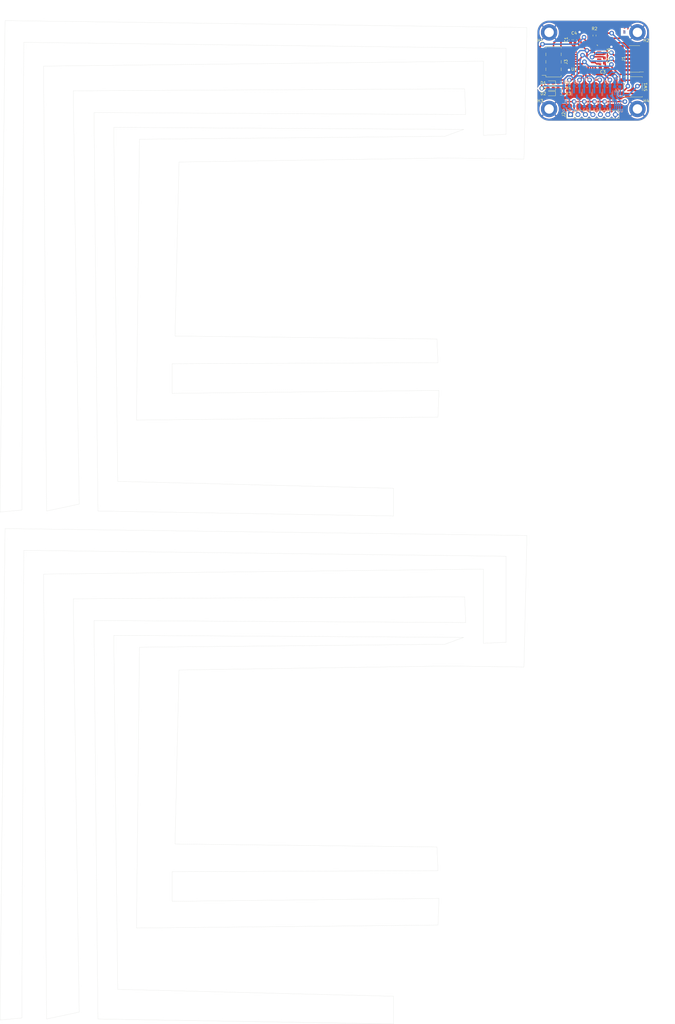
<source format=kicad_pcb>
(kicad_pcb (version 20221018) (generator pcbnew)
  (layers (0 "F.Cu" signal) (31 "B.Cu" signal) (34 "B.Paste" user) (35 "F.Paste" user) (36 "B.SilkS" user "B.Silkscreen") (37 "F.SilkS" user "F.Silkscreen") (38 "B.Mask" user) (39 "F.Mask" user) (44 "Edge.Cuts" user))
  (net 0 "")
  (net 1 "+5V-v2-")
  (net 2 "GND-v2-")
  (net 3 "+3.3V-v2-")
  (net 4 "Net-(D1-K)-v2-")
  (net 6 "Net-(D3-K)-v2-")
  (net 7 "Status_LED-v2-")
  (net 8 "Data_Clock_SNES-v2-")
  (net 9 "Data_Latch_SNES-v2-")
  (net 10 "Net-(D2-K)-v2-")
  (net 11 "Serial_Data1_SNES-v2-")
  (net 12 "Serial_Data2_SNES-v2-")
  (net 13 "SPI_Chip_Select-v2-")
  (net 14 "Chip_Enable-v2-")
  (net 15 "SPI_Digital_Input-v2-")
  (net 16 "SPI_Clock-v2-")
  (net 17 "SPI_Digital_Output-v2-")
  (net 18 "IOBit_SNES-v2-")
  (net 19 "Data_Clock_STM32-v2-")
  (net 20 "Data_Latch_STM32-v2-")
  (net 21 "Appairing_Btn-v2-")
  (net 22 "Net-(U2-BP)-v2-")
  (net 23 "SWDIO-v2-")
  (net 24 "SWDCK-v2-")
  (net 27 "NRST-v2-")
  (net 28 "USART2_RX-v2-")
  (net 29 "USART2_TX-v2-")
  (net 30 "Serial_Data1_STM32-v2-")
  (net 31 "IOBit_STM32-v2-")
  (net 32 "Serial_Data2_STM32-v2-")
  (footprint "Capacitor_SMD:C_0603_1608Metric_Pad1.08x0.95mm_HandSolder" (layer "F.Cu") (at 206.51 11.5 90)
    (fp_text reference "C5")
    (fp_text value "100n")
  )
  (footprint "MountingHole:MountingHole_3.2mm_M3_DIN965_Pad" (layer "F.Cu") (at 217.75 5.25)
    (fp_text reference "H2")
    (fp_text value "MountingHole_Pad")
  )
  (footprint "Resistor_SMD:R_0603_1608Metric_Pad0.98x0.95mm_HandSolder" (layer "F.Cu") (at 191.76875 22.45)
    (fp_text reference "R1")
    (fp_text value "1k")
  )
  (footprint "Resistor_SMD:R_0603_1608Metric_Pad0.98x0.95mm_HandSolder" (layer "F.Cu") (at 191.76875 26.05)
    (fp_text reference "R3")
    (fp_text value "1k")
  )
  (footprint "MountingHole:MountingHole_3.2mm_M3_DIN965_Pad" (layer "F.Cu") (at 187.75 31.25)
    (fp_text reference "H3")
    (fp_text value "MountingHole_Pad")
  )
  (footprint "Connector_PinHeader_2.54mm:PinHeader_1x07_P2.54mm_Vertical" (layer "F.Cu") (at 195 33.15 90)
    (fp_text reference "J2")
    (fp_text value "Conn_01x07_Socket")
  )
  (footprint "Diode_SMD:D_0603_1608Metric_Pad1.05x0.95mm_HandSolder" (layer "F.Cu") (at 188.26875 22.45 180)
    (fp_text reference "D1")
    (fp_text value "LED_Small")
  )
  (footprint "Package_QFP:LQFP-32_7x7mm_P0.8mm" (layer "F.Cu") (at 200.6 13.15 180)
    (fp_text reference "U1")
    (fp_text value "STM32L412KBTx")
  )
  (footprint "Capacitor_SMD:C_0603_1608Metric_Pad1.08x0.95mm_HandSolder" (layer "F.Cu") (at 206.0025 17.19)
    (fp_text reference "C3")
    (fp_text value "100n")
  )
  (footprint "Resistor_SMD:R_0603_1608Metric_Pad0.98x0.95mm_HandSolder" (layer "F.Cu") (at 191.76875 24.25)
    (fp_text reference "R4")
    (fp_text value "1k")
  )
  (footprint "Resistor_SMD:R_0603_1608Metric_Pad0.98x0.95mm_HandSolder" (layer "F.Cu") (at 203.17 6.32 90)
    (fp_text reference "R2")
    (fp_text value "10k")
  )
  (footprint "Diode_SMD:D_0603_1608Metric_Pad1.05x0.95mm_HandSolder" (layer "F.Cu") (at 188.26875 24.25 180)
    (fp_text reference "D3")
    (fp_text value "LED")
  )
  (footprint "Capacitor_SMD:C_0603_1608Metric_Pad1.08x0.95mm_HandSolder" (layer "F.Cu") (at 195.05 7.75 90)
    (fp_text reference "C1")
    (fp_text value "10u")
  )
  (footprint "Capacitor_SMD:C_0603_1608Metric_Pad1.08x0.95mm_HandSolder" (layer "F.Cu") (at 206.51 14.8025 90)
    (fp_text reference "C2")
    (fp_text value "100n")
  )
  (footprint "Connector_PinHeader_1.27mm:PinHeader_2x07_P1.27mm_Vertical_SMD" (layer "F.Cu") (at 216.75 14.25 180)
    (fp_text reference "J1")
    (fp_text value "Conn_02x07_Odd_Even")
  )
  (footprint "Diode_SMD:D_0603_1608Metric_Pad1.05x0.95mm_HandSolder" (layer "F.Cu") (at 188.26875 26.05 180)
    (fp_text reference "D2")
    (fp_text value "LED_Small")
  )
  (footprint "Capacitor_SMD:C_0603_1608Metric_Pad1.08x0.95mm_HandSolder" (layer "F.Cu") (at 196.55 7.75 90)
    (fp_text reference "C4")
    (fp_text value "100n")
  )
  (footprint "Connector_PinSocket_2.54mm:PinSocket_2x04_P2.54mm_Vertical_SMD" (layer "F.Cu") (at 189.25 15.25 180)
    (fp_text reference "J3")
    (fp_text value "Conn_01x08_Socket")
  )
  (footprint "MountingHole:MountingHole_3.2mm_M3_DIN965_Pad" (layer "F.Cu") (at 217.75 31.25)
    (fp_text reference "H4")
    (fp_text value "MountingHole_Pad")
  )
  (footprint "MountingHole:MountingHole_3.2mm_M3_DIN965_Pad" (layer "F.Cu") (at 187.75 5.25)
    (fp_text reference "H1")
    (fp_text value "MountingHole_Pad")
  )
  (footprint "Button_Switch_SMD:SW_SPST_B3S-1000" (layer "F.Cu") (at 216.25 23.75 180)
    (fp_text reference "SW1")
    (fp_text value "SW_SPST")
  )
  (footprint "Package_TO_SOT_SMD:SOT-23" (layer "B.Cu") (at 193.7 26.15 -90)
    (fp_text reference "Q1")
    (fp_text value "2N7002")
  )
  (footprint "Package_TO_SOT_SMD:SOT-23" (layer "B.Cu") (at 197.15 26.15 -90)
    (fp_text reference "Q2")
    (fp_text value "2N7002")
  )
  (footprint "Capacitor_SMD:C_0603_1608Metric_Pad1.08x0.95mm_HandSolder" (layer "B.Cu") (at 210.9 22.2 180)
    (fp_text reference "C7")
    (fp_text value "2.2u")
  )
  (footprint "Package_TO_SOT_SMD:SOT-23" (layer "B.Cu") (at 204.05 26.15 -90)
    (fp_text reference "Q4")
    (fp_text value "2N7002")
  )
  (footprint "Resistor_SMD:R_0603_1608Metric_Pad0.98x0.95mm_HandSolder" (layer "B.Cu") (at 204.05 30.35)
    (fp_text reference "R13")
    (fp_text value "10k")
  )
  (footprint "Capacitor_SMD:C_0603_1608Metric_Pad1.08x0.95mm_HandSolder" (layer "B.Cu") (at 210.9 23.7 180)
    (fp_text reference "C6")
    (fp_text value "470p")
  )
  (footprint "Resistor_SMD:R_0603_1608Metric_Pad0.98x0.95mm_HandSolder" (layer "B.Cu") (at 204.05 23.45)
    (fp_text reference "R8")
    (fp_text value "10k")
  )
  (footprint "Package_SO:MSOP-8_3x3mm_P0.65mm" (layer "B.Cu") (at 211.0125 27.9 -90)
    (fp_text reference "U2")
    (fp_text value "MIC5219-3.3YMM")
  )
  (footprint "Resistor_SMD:R_0603_1608Metric_Pad0.98x0.95mm_HandSolder" (layer "B.Cu") (at 197.15 30.35)
    (fp_text reference "R11")
    (fp_text value "10k")
  )
  (footprint "Package_TO_SOT_SMD:SOT-23" (layer "B.Cu") (at 200.6 26.15 -90)
    (fp_text reference "Q3")
    (fp_text value "2N7002")
  )
  (footprint "Resistor_SMD:R_0603_1608Metric_Pad0.98x0.95mm_HandSolder" (layer "B.Cu") (at 200.6 30.35)
    (fp_text reference "R12")
    (fp_text value "10k")
  )
  (footprint "Package_TO_SOT_SMD:SOT-23" (layer "B.Cu") (at 207.5 26.15 -90)
    (fp_text reference "Q5")
    (fp_text value "2N7002")
  )
  (footprint "Resistor_SMD:R_0603_1608Metric_Pad0.98x0.95mm_HandSolder" (layer "B.Cu") (at 193.7 30.35)
    (fp_text reference "R10")
    (fp_text value "10k")
  )
  (footprint "Resistor_SMD:R_0603_1608Metric_Pad0.98x0.95mm_HandSolder" (layer "B.Cu") (at 197.15 23.45)
    (fp_text reference "R6")
    (fp_text value "10k")
  )
  (footprint "Resistor_SMD:R_0603_1608Metric_Pad0.98x0.95mm_HandSolder" (layer "B.Cu") (at 207.5 23.45)
    (fp_text reference "R9")
    (fp_text value "10k")
  )
  (footprint "Resistor_SMD:R_0603_1608Metric_Pad0.98x0.95mm_HandSolder" (layer "B.Cu") (at 193.7 23.45)
    (fp_text reference "R5")
    (fp_text value "10k")
  )
  (footprint "Resistor_SMD:R_0603_1608Metric_Pad0.98x0.95mm_HandSolder" (layer "B.Cu") (at 200.6 23.45)
    (fp_text reference "R7")
    (fp_text value "10k")
  )
  (footprint "Resistor_SMD:R_0603_1608Metric_Pad0.98x0.95mm_HandSolder" (layer "B.Cu") (at 207.5 30.35)
    (fp_text reference "R14")
    (fp_text value "10k")
  )
  (gr_line (start 173.159937 10.64989) (end 173.159937 39.85989) (stroke (width 0.05)) (layer "Edge.Cuts"))
  (gr_line (start 180.219937 3.59989) (end 2.929937 1.24989) (stroke (width 0.05)) (layer "Edge.Cuts"))
  (gr_line (start 158.729937 210.68989) (end 152.349937 213.03989) (stroke (width 0.05)) (layer "Edge.Cuts"))
  (gr_line (start 217.75 35.25) (end 187.75 35.25) (stroke (width 0.1)) (layer "Edge.Cuts"))
  (gr_line (start 179.209937 48.25989) (end 180.219937 3.59989) (stroke (width 0.05)) (layer "Edge.Cuts"))
  (gr_line (start 149.999937 289.92989) (end 149.659937 281.86989) (stroke (width 0.05)) (layer "Edge.Cuts"))
  (gr_line (start 152.349937 40.53989) (end 48.599937 41.53989) (stroke (width 0.05)) (layer "Edge.Cuts"))
  (gr_line (start 62.029937 49.26989) (end 153.019937 47.91989) (stroke (width 0.05)) (layer "Edge.Cuts"))
  (gr_line (start 33.149937 32.47989) (end 34.489937 167.78989) (stroke (width 0.05)) (layer "Edge.Cuts"))
  (gr_line (start 149.659937 281.86989) (end 60.679937 280.85989) (stroke (width 0.05)) (layer "Edge.Cuts"))
  (gr_arc (start 183.75 5.25) (mid 184.921573 2.421573) (end 187.75 1.25) (stroke (width 0.1)) (layer "Edge.Cuts"))
  (gr_line (start 9.309937 8.63989) (end 173.159937 10.64989) (stroke (width 0.05)) (layer "Edge.Cuts"))
  (gr_line (start 16.029937 189.19989) (end 17.039937 340.28989) (stroke (width 0.05)) (layer "Edge.Cuts"))
  (gr_line (start 134.889937 160.06989) (end 41.209937 157.71989) (stroke (width 0.05)) (layer "Edge.Cuts"))
  (gr_line (start 153.019937 47.91989) (end 179.209937 48.25989) (stroke (width 0.05)) (layer "Edge.Cuts"))
  (gr_line (start 150.329937 299.32989) (end 59.679937 300.32989) (stroke (width 0.05)) (layer "Edge.Cuts"))
  (gr_line (start 149.999937 308.38989) (end 150.329937 299.32989) (stroke (width 0.05)) (layer "Edge.Cuts"))
  (gr_line (start 59.679937 300.32989) (end 59.679937 290.25989) (stroke (width 0.05)) (layer "Edge.Cuts"))
  (gr_arc (start 187.75 35.25) (mid 184.921573 34.078427) (end 183.75 31.25) (stroke (width 0.1)) (layer "Edge.Cuts"))
  (gr_line (start 26.099937 25.08989) (end 159.059937 24.41989) (stroke (width 0.05)) (layer "Edge.Cuts"))
  (gr_line (start 34.489937 167.78989) (end 134.889937 169.46989) (stroke (width 0.05)) (layer "Edge.Cuts"))
  (gr_line (start 149.999937 117.42989) (end 149.659937 109.36989) (stroke (width 0.05)) (layer "Edge.Cuts"))
  (gr_line (start 39.869937 210.00989) (end 158.729937 210.68989) (stroke (width 0.05)) (layer "Edge.Cuts"))
  (gr_line (start 158.729937 38.18989) (end 152.349937 40.53989) (stroke (width 0.05)) (layer "Edge.Cuts"))
  (gr_line (start 165.439937 15.01989) (end 16.029937 16.69989) (stroke (width 0.05)) (layer "Edge.Cuts"))
  (gr_arc (start 221.75 31.25) (mid 220.578427 34.078427) (end 217.75 35.25) (stroke (width 0.1)) (layer "Edge.Cuts"))
  (gr_line (start 17.039937 167.78989) (end 28.119937 165.43989) (stroke (width 0.05)) (layer "Edge.Cuts"))
  (gr_line (start 28.119937 337.93989) (end 26.099937 197.58989) (stroke (width 0.05)) (layer "Edge.Cuts"))
  (gr_line (start 159.399937 205.64989) (end 33.149937 204.97989) (stroke (width 0.05)) (layer "Edge.Cuts"))
  (gr_line (start 34.489937 340.28989) (end 134.889937 341.96989) (stroke (width 0.05)) (layer "Edge.Cuts"))
  (gr_line (start 153.019937 220.41989) (end 179.209937 220.75989) (stroke (width 0.05)) (layer "Edge.Cuts"))
  (gr_line (start 187.75 1.25) (end 217.75 1.25) (stroke (width 0.1)) (layer "Edge.Cuts"))
  (gr_line (start 173.159937 212.35989) (end 165.439937 212.69989) (stroke (width 0.05)) (layer "Edge.Cuts"))
  (gr_line (start 221.75 5.25) (end 221.75 31.25) (stroke (width 0.1)) (layer "Edge.Cuts"))
  (gr_line (start 59.679937 117.75989) (end 149.999937 117.42989) (stroke (width 0.05)) (layer "Edge.Cuts"))
  (gr_line (start 134.889937 169.46989) (end 134.889937 160.06989) (stroke (width 0.05)) (layer "Edge.Cuts"))
  (gr_line (start 48.599937 214.03989) (end 47.589937 309.39989) (stroke (width 0.05)) (layer "Edge.Cuts"))
  (gr_line (start 149.659937 109.36989) (end 60.679937 108.35989) (stroke (width 0.05)) (layer "Edge.Cuts"))
  (gr_line (start 28.119937 165.43989) (end 26.099937 25.08989) (stroke (width 0.05)) (layer "Edge.Cuts"))
  (gr_line (start 179.209937 220.75989) (end 180.219937 176.09989) (stroke (width 0.05)) (layer "Edge.Cuts"))
  (gr_line (start 8.639937 167.44989) (end 9.309937 8.63989) (stroke (width 0.05)) (layer "Edge.Cuts"))
  (gr_line (start 165.439937 212.69989) (end 165.439937 187.51989) (stroke (width 0.05)) (layer "Edge.Cuts"))
  (gr_line (start 159.059937 24.41989) (end 159.399937 33.14989) (stroke (width 0.05)) (layer "Edge.Cuts"))
  (gr_line (start 41.209937 157.71989) (end 39.869937 37.50989) (stroke (width 0.05)) (layer "Edge.Cuts"))
  (gr_line (start 62.029937 221.76989) (end 153.019937 220.41989) (stroke (width 0.05)) (layer "Edge.Cuts"))
  (gr_line (start 150.329937 126.82989) (end 59.679937 127.82989) (stroke (width 0.05)) (layer "Edge.Cuts"))
  (gr_line (start 9.309937 181.13989) (end 173.159937 183.14989) (stroke (width 0.05)) (layer "Edge.Cuts"))
  (gr_line (start 48.599937 41.53989) (end 47.589937 136.89989) (stroke (width 0.05)) (layer "Edge.Cuts"))
  (gr_line (start 134.889937 332.56989) (end 41.209937 330.21989) (stroke (width 0.05)) (layer "Edge.Cuts"))
  (gr_line (start 16.029937 16.69989) (end 17.039937 167.78989) (stroke (width 0.05)) (layer "Edge.Cuts"))
  (gr_line (start 26.099937 197.58989) (end 159.059937 196.91989) (stroke (width 0.05)) (layer "Edge.Cuts"))
  (gr_line (start 173.159937 183.14989) (end 173.159937 212.35989) (stroke (width 0.05)) (layer "Edge.Cuts"))
  (gr_line (start 41.209937 330.21989) (end 39.869937 210.00989) (stroke (width 0.05)) (layer "Edge.Cuts"))
  (gr_line (start 2.929937 173.74989) (end 1.249937 340.62989) (stroke (width 0.05)) (layer "Edge.Cuts"))
  (gr_line (start 8.639937 339.94989) (end 9.309937 181.13989) (stroke (width 0.05)) (layer "Edge.Cuts"))
  (gr_line (start 183.75 31.25) (end 183.75 5.25) (stroke (width 0.1)) (layer "Edge.Cuts"))
  (gr_line (start 152.349937 213.03989) (end 48.599937 214.03989) (stroke (width 0.05)) (layer "Edge.Cuts"))
  (gr_line (start 134.889937 341.96989) (end 134.889937 332.56989) (stroke (width 0.05)) (layer "Edge.Cuts"))
  (gr_line (start 2.929937 1.24989) (end 1.249937 168.12989) (stroke (width 0.05)) (layer "Edge.Cuts"))
  (gr_line (start 1.249937 168.12989) (end 8.639937 167.44989) (stroke (width 0.05)) (layer "Edge.Cuts"))
  (gr_line (start 165.439937 40.19989) (end 165.439937 15.01989) (stroke (width 0.05)) (layer "Edge.Cuts"))
  (gr_line (start 39.869937 37.50989) (end 158.729937 38.18989) (stroke (width 0.05)) (layer "Edge.Cuts"))
  (gr_line (start 159.399937 33.14989) (end 33.149937 32.47989) (stroke (width 0.05)) (layer "Edge.Cuts"))
  (gr_line (start 180.219937 176.09989) (end 2.929937 173.74989) (stroke (width 0.05)) (layer "Edge.Cuts"))
  (gr_line (start 47.589937 136.89989) (end 149.999937 135.88989) (stroke (width 0.05)) (layer "Edge.Cuts"))
  (gr_line (start 159.059937 196.91989) (end 159.399937 205.64989) (stroke (width 0.05)) (layer "Edge.Cuts"))
  (gr_line (start 165.439937 187.51989) (end 16.029937 189.19989) (stroke (width 0.05)) (layer "Edge.Cuts"))
  (gr_line (start 60.679937 108.35989) (end 62.029937 49.26989) (stroke (width 0.05)) (layer "Edge.Cuts"))
  (gr_line (start 47.589937 309.39989) (end 149.999937 308.38989) (stroke (width 0.05)) (layer "Edge.Cuts"))
  (gr_line (start 59.679937 127.82989) (end 59.679937 117.75989) (stroke (width 0.05)) (layer "Edge.Cuts"))
  (gr_line (start 149.999937 135.88989) (end 150.329937 126.82989) (stroke (width 0.05)) (layer "Edge.Cuts"))
  (gr_line (start 60.679937 280.85989) (end 62.029937 221.76989) (stroke (width 0.05)) (layer "Edge.Cuts"))
  (gr_line (start 33.149937 204.97989) (end 34.489937 340.28989) (stroke (width 0.05)) (layer "Edge.Cuts"))
  (gr_line (start 1.249937 340.62989) (end 8.639937 339.94989) (stroke (width 0.05)) (layer "Edge.Cuts"))
  (gr_line (start 59.679937 290.25989) (end 149.999937 289.92989) (stroke (width 0.05)) (layer "Edge.Cuts"))
  (gr_line (start 17.039937 340.28989) (end 28.119937 337.93989) (stroke (width 0.05)) (layer "Edge.Cuts"))
  (gr_line (start 173.159937 39.85989) (end 165.439937 40.19989) (stroke (width 0.05)) (layer "Edge.Cuts"))
  (gr_arc (start 217.75 1.25) (mid 220.578427 2.421573) (end 221.75 5.25) (stroke (width 0.1)) (layer "Edge.Cuts"))
  (gr_text "T" (at 212.75 5.75) (layer "F.Cu") (effects (font (size 1 1)) (justify left bottom)))
  (gr_text "SNES Plug" (at 205.75 3.75) (layer "F.Cu") (effects (font (size 1 1)) (justify left bottom)))
  (gr_text "B" (at 212.75 5.75) (layer "B.Cu") (effects (font (size 1 1)) (justify left bottom)))
  (segment (start 203.1375 28.75) (end 206.5875 28.75) (width 0.5) (layer "F.Cu") (net 1))
  (segment (start 196.2375 28.75) (end 196.2375 31.9125) (width 0.5) (layer "F.Cu") (net 1))
  (segment (start 187.39375 26.05) (end 187.39375 26.084561) (width 0.5) (layer "F.Cu") (net 1))
  (segment (start 190.25 27.5) (end 191.5 28.75) (width 0.5) (layer "F.Cu") (net 1))
  (segment (start 203.1375 28.75) (end 199.6875 28.75) (width 0.5) (layer "F.Cu") (net 1))
  (segment (start 206.5875 28.75) (end 213.5 28.75) (width 0.5) (layer "F.Cu") (net 1))
  (segment (start 188.809189 27.5) (end 190.25 27.5) (width 0.5) (layer "F.Cu") (net 1))
  (segment (start 187.39375 26.084561) (end 188.809189 27.5) (width 0.5) (layer "F.Cu") (net 1))
  (segment (start 191.5 28.75) (end 196.2375 28.75) (width 0.5) (layer "F.Cu") (net 1))
  (segment (start 196.2375 31.9125) (end 195 33.15) (width 0.5) (layer "F.Cu") (net 1))
  (segment (start 196.2375 28.75) (end 199.6875 28.75) (width 0.3) (layer "F.Cu") (net 1))
  (via (at 196.2375 28.75) (size 1.6) (drill 0.8) (layers "F.Cu" "B.Cu") (net 1))
  (via (at 203.1375 28.75) (size 1.6) (drill 0.8) (layers "F.Cu" "B.Cu") (net 1))
  (via (at 199.6875 28.75) (size 1.6) (drill 0.8) (layers "F.Cu" "B.Cu") (net 1))
  (via (at 213.5 28.75) (size 1.6) (drill 0.8) (layers "F.Cu" "B.Cu") (net 1))
  (via (at 206.5875 28.75) (size 1.6) (drill 0.8) (layers "F.Cu" "B.Cu") (net 1))
  (segment (start 213.4 28.65) (end 212.106739 28.65) (width 0.5) (layer "B.Cu") (net 1))
  (segment (start 196.2375 30.35) (end 196.2375 28.75) (width 0.5) (layer "B.Cu") (net 1))
  (segment (start 195 32.5625) (end 192.7875 30.35) (width 0.5) (layer "B.Cu") (net 1))
  (segment (start 203.1375 28.75) (end 203.1375 30.35) (width 0.5) (layer "B.Cu") (net 1))
  (segment (start 206.5875 28.75) (end 206.5875 30.35) (width 0.5) (layer "B.Cu") (net 1))
  (segment (start 210.6875 25.7875) (end 210.6875 27.230761) (width 0.3) (layer "B.Cu") (net 1))
  (segment (start 213.5 28.75) (end 213.4 28.65) (width 0.5) (layer "B.Cu") (net 1))
  (segment (start 199.6875 28.75) (end 199.6875 30.35) (width 0.5) (layer "B.Cu") (net 1))
  (segment (start 212.106739 28.65) (end 210.6875 27.230761) (width 0.5) (layer "B.Cu") (net 1))
  (segment (start 195 33.15) (end 195 32.5625) (width 0.5) (layer "B.Cu") (net 1))
  (segment (start 207.535 14.566193) (end 207.535 11.6625) (width 0.5) (layer "F.Cu") (net 2))
  (segment (start 205.84 18.215) (end 206.865 17.19) (width 0.5) (layer "F.Cu") (net 2))
  (segment (start 208.899189 10.15) (end 208.411689 10.6375) (width 0.5) (layer "F.Cu") (net 2))
  (segment (start 197.8 5.45) (end 197.8 8.975) (width 0.5) (layer "F.Cu") (net 2))
  (segment (start 206.51 15.591193) (end 207.535 14.566193) (width 0.5) (layer "F.Cu") (net 2))
  (segment (start 195.05 6.8875) (end 196.55 6.8875) (width 0.5) (layer "F.Cu") (net 2))
  (segment (start 206.865 16.02) (end 206.51 15.665) (width 0.5) (layer "F.Cu") (net 2))
  (segment (start 193.44 19.06) (end 191.77 19.06) (width 0.5) (layer "F.Cu") (net 2))
  (segment (start 203.4 17.325) (end 204.29 18.215) (width 0.5) (layer "F.Cu") (net 2))
  (segment (start 198.1 5.15) (end 197.8 5.45) (width 0.5) (layer "F.Cu") (net 2))
  (segment (start 207.535 11.6625) (end 206.51 10.6375) (width 0.5) (layer "F.Cu") (net 2))
  (segment (start 206.51 15.665) (end 206.51 15.591193) (width 0.5) (layer "F.Cu") (net 2))
  (segment (start 196.55 6.7) (end 198.1 5.15) (width 0.5) (layer "F.Cu") (net 2))
  (segment (start 196.55 6.8875) (end 196.55 6.7) (width 0.5) (layer "F.Cu") (net 2))
  (segment (start 206.865 17.19) (end 206.865 16.02) (width 0.5) (layer "F.Cu") (net 2))
  (segment (start 208.411689 10.6375) (end 206.51 10.6375) (width 0.5) (layer "F.Cu") (net 2))
  (segment (start 194.5 18) (end 193.44 19.06) (width 0.5) (layer "F.Cu") (net 2))
  (segment (start 204.29 18.215) (end 205.84 18.215) (width 0.5) (layer "F.Cu") (net 2))
  (via (at 210.0375 20.15) (size 1.6) (drill 0.8) (layers "F.Cu" "B.Cu") (net 2))
  (via (at 198.1 5.15) (size 1.6) (drill 0.8) (layers "F.Cu" "B.Cu") (net 2))
  (via (at 194.5 18) (size 1.6) (drill 0.8) (layers "F.Cu" "B.Cu") (net 2))
  (via (at 208.899189 10.15) (size 1.6) (drill 0.8) (layers "F.Cu" "B.Cu") (net 2))
  (segment (start 210.0375 22.2) (end 210.0375 20.15) (width 0.5) (layer "B.Cu") (net 2))
  (segment (start 208.899189 10.15) (end 206.15 10.15) (width 0.5) (layer "B.Cu") (net 2))
  (segment (start 201.15 5.15) (end 198.1 5.15) (width 0.5) (layer "B.Cu") (net 2))
  (segment (start 206.15 10.15) (end 201.15 5.15) (width 0.5) (layer "B.Cu") (net 2))
  (segment (start 210.0375 20.1875) (end 210 20.15) (width 0.5) (layer "B.Cu") (net 2))
  (segment (start 210.0375 22.2) (end 210.0375 23.7) (width 0.5) (layer "B.Cu") (net 2))
  (segment (start 202.4 11.4) (end 200.6 11.4) (width 0.5) (layer "F.Cu") (net 3))
  (segment (start 195.05 8.6125) (end 195.05 8.975) (width 0.5) (layer "F.Cu") (net 3))
  (segment (start 196.425 10.35) (end 196.425 8.7375) (width 0.5) (layer "F.Cu") (net 3))
  (segment (start 203.420406 15.5) (end 202.290811 15.5) (width 0.5) (layer "F.Cu") (net 3))
  (segment (start 187.39375 24.25) (end 185.25 24.25) (width 0.5) (layer "F.Cu") (net 3))
  (segment (start 220.4 16.79) (end 220.75 17.14) (width 0.5) (layer "F.Cu") (net 3))
  (segment (start 212.275 21.5) (end 220.225 21.5) (width 0.5) (layer "F.Cu") (net 3))
  (segment (start 199.55 10.35) (end 196.425 10.35) (width 0.5) (layer "F.Cu") (net 3))
  (segment (start 200.6 11.4) (end 199.55 10.35) (width 0.5) (layer "F.Cu") (net 3))
  (segment (start 202.290811 15.5) (end 200.6 13.809189) (width 0.5) (layer "F.Cu") (net 3))
  (segment (start 220.75 20.975) (end 220.75 17.14) (width 0.5) (layer "F.Cu") (net 3))
  (segment (start 205.14 16.315) (end 204.775 15.95) (width 0.5) (layer "F.Cu") (net 3))
  (segment (start 200.6 13.809189) (end 200.6 11.4) (width 0.5) (layer "F.Cu") (net 3))
  (segment (start 203.870406 15.95) (end 203.420406 15.5) (width 0.5) (layer "F.Cu") (net 3))
  (segment (start 206.1225 12.75) (end 204.775 12.75) (width 0.5) (layer "F.Cu") (net 3))
  (segment (start 218.7 16.79) (end 220.4 16.79) (width 0.5) (layer "F.Cu") (net 3))
  (segment (start 204.775 15.95) (end 203.870406 15.95) (width 0.5) (layer "F.Cu") (net 3))
  (segment (start 218.225 23.5) (end 220.225 21.5) (width 0.5) (layer "F.Cu") (net 3))
  (segment (start 203.75 12.75) (end 202.4 11.4) (width 0.5) (layer "F.Cu") (net 3))
  (segment (start 196.425 8.7375) (end 196.55 8.6125) (width 0.5) (layer "F.Cu") (net 3))
  (segment (start 205.14 17.19) (end 205.14 16.315) (width 0.5) (layer "F.Cu") (net 3))
  (segment (start 185.25 20.54) (end 186.73 19.06) (width 0.5) (layer "F.Cu") (net 3))
  (segment (start 185.25 24.25) (end 185.25 20.54) (width 0.5) (layer "F.Cu") (net 3))
  (segment (start 217.75 23.5) (end 218.225 23.5) (width 0.5) (layer "F.Cu") (net 3))
  (segment (start 204.775 12.75) (end 203.75 12.75) (width 0.5) (layer "F.Cu") (net 3))
  (segment (start 206.51 12.3625) (end 206.1225 12.75) (width 0.5) (layer "F.Cu") (net 3))
  (segment (start 195.05 8.975) (end 196.425 10.35) (width 0.5) (layer "F.Cu") (net 3))
  (segment (start 220.225 21.5) (end 220.75 20.975) (width 0.5) (layer "F.Cu") (net 3))
  (via (at 185.25 24.25) (size 1.6) (drill 0.8) (layers "F.Cu" "B.Cu") (net 3))
  (via (at 200.6 11.4) (size 1.6) (drill 0.8) (layers "F.Cu" "B.Cu") (net 3))
  (via (at 217.75 23.5) (size 1.6) (drill 0.8) (layers "F.Cu" "B.Cu") (net 3))
  (segment (start 186.05 23.45) (end 192.7875 23.45) (width 0.5) (layer "B.Cu") (net 3))
  (segment (start 213 22.75) (end 212.45 22.2) (width 0.5) (layer "B.Cu") (net 3))
  (segment (start 212.356739 27.15) (end 211.759683 27.15) (width 0.5) (layer "B.Cu") (net 3))
  (segment (start 197.303311 12.446689) (end 197.303311 20.05) (width 0.5) (layer "B.Cu") (net 3))
  (segment (start 199.6875 21.115811) (end 200.753311 20.05) (width 0.5) (layer "B.Cu") (net 3))
  (segment (start 198.621689 20.05) (end 197.303311 20.05) (width 0.5) (layer "B.Cu") (net 3))
  (segment (start 206.55 23.4875) (end 206.5875 23.45) (width 0.5) (layer "B.Cu") (net 3))
  (segment (start 200.6 11.4) (end 198.35 11.4) (width 0.5) (layer "B.Cu") (net 3))
  (segment (start 203.1 23.4875) (end 203.1375 23.45) (width 0.5) (layer "B.Cu") (net 3))
  (segment (start 203.1375 21.115811) (end 203.1375 23.45) (width 0.5) (layer "B.Cu") (net 3))
  (segment (start 211.3375 25.7875) (end 211.3375 26.727817) (width 0.3) (layer "B.Cu") (net 3))
  (segment (start 210.596689 18.8) (end 208.903311 18.8) (width 0.5) (layer "B.Cu") (net 3))
  (segment (start 214.743261 26.506739) (end 217.75 23.5) (width 0.5) (layer "B.Cu") (net 3))
  (segment (start 208.903311 18.8) (end 206.5875 21.115811) (width 0.5) (layer "B.Cu") (net 3))
  (segment (start 192.75 23.4875) (end 192.7875 23.45) (width 0.5) (layer "B.Cu") (net 3))
  (segment (start 199.65 23.4875) (end 199.6875 23.45) (width 0.5) (layer "B.Cu") (net 3))
  (segment (start 202.071689 20.05) (end 203.1375 21.115811) (width 0.5) (layer "B.Cu") (net 3))
  (segment (start 197.303311 20.05) (end 196.2375 21.115811) (width 0.5) (layer "B.Cu") (net 3))
  (segment (start 196.2 25.2125) (end 196.2 23.4875) (width 0.5) (layer "B.Cu") (net 3))
  (segment (start 211.3375 26.727817) (end 211.759683 27.15) (width 0.3) (layer "B.Cu") (net 3))
  (segment (start 206.5875 21.115811) (end 205.521689 20.05) (width 0.5) (layer "B.Cu") (net 3))
  (segment (start 205.521689 20.05) (end 204.203311 20.05) (width 0.5) (layer "B.Cu") (net 3))
  (segment (start 206.55 25.2125) (end 206.55 23.4875) (width 0.5) (layer "B.Cu") (net 3))
  (segment (start 213 26.506739) (end 212.356739 27.15) (width 0.5) (layer "B.Cu") (net 3))
  (segment (start 206.5875 23.45) (end 206.5875 21.115811) (width 0.5) (layer "B.Cu") (net 3))
  (segment (start 199.65 25.2125) (end 199.65 23.4875) (width 0.5) (layer "B.Cu") (net 3))
  (segment (start 199.6875 21.115811) (end 198.621689 20.05) (width 0.5) (layer "B.Cu") (net 3))
  (segment (start 200.753311 20.05) (end 202.071689 20.05) (width 0.5) (layer "B.Cu") (net 3))
  (segment (start 212.45 22.2) (end 211.7625 22.2) (width 0.5) (layer "B.Cu") (net 3))
  (segment (start 192.75 25.2125) (end 192.75 23.4875) (width 0.5) (layer "B.Cu") (net 3))
  (segment (start 203.1 25.2125) (end 203.1 23.4875) (width 0.5) (layer "B.Cu") (net 3))
  (segment (start 192.7875 23.45) (end 192.7875 21.315811) (width 0.5) (layer "B.Cu") (net 3))
  (segment (start 198.35 11.4) (end 197.303311 12.446689) (width 0.5) (layer "B.Cu") (net 3))
  (segment (start 211.7625 19.965811) (end 210.596689 18.8) (width 0.5) (layer "B.Cu") (net 3))
  (segment (start 199.6875 23.45) (end 199.6875 21.115811) (width 0.5) (layer "B.Cu") (net 3))
  (segment (start 196.2 23.4875) (end 196.2375 23.45) (width 0.5) (layer "B.Cu") (net 3))
  (segment (start 211.7625 22.2) (end 211.7625 19.965811) (width 0.5) (layer "B.Cu") (net 3))
  (segment (start 185.25 24.25) (end 186.05 23.45) (width 0.5) (layer "B.Cu") (net 3))
  (segment (start 213 26.506739) (end 213 22.75) (width 0.5) (layer "B.Cu") (net 3))
  (segment (start 195.171689 20.05) (end 196.2375 21.115811) (width 0.5) (layer "B.Cu") (net 3))
  (segment (start 196.2375 21.115811) (end 196.2375 23.45) (width 0.5) (layer "B.Cu") (net 3))
  (segment (start 214.743261 26.506739) (end 213 26.506739) (width 0.5) (layer "B.Cu") (net 3))
  (segment (start 192.7875 21.315811) (end 194.053311 20.05) (width 0.5) (layer "B.Cu") (net 3))
  (segment (start 194.053311 20.05) (end 195.171689 20.05) (width 0.5) (layer "B.Cu") (net 3))
  (segment (start 204.203311 20.05) (end 203.1375 21.115811) (width 0.5) (layer "B.Cu") (net 3))
  (segment (start 190.85625 22.45) (end 189.14375 22.45) (width 0.5) (layer "F.Cu") (net 4))
  (segment (start 190.85625 24.25) (end 189.14375 24.25) (width 0.5) (layer "F.Cu") (net 6))
  (segment (start 194 20) (end 195.125 20) (width 0.5) (layer "F.Cu") (net 7))
  (segment (start 192.575 21.425) (end 194 20) (width 0.5) (layer "F.Cu") (net 7))
  (segment (start 188.41875 21.425) (end 192.575 21.425) (width 0.5) (layer "F.Cu") (net 7))
  (segment (start 195.125 20) (end 197.8 17.325) (width 0.5) (layer "F.Cu") (net 7))
  (segment (start 187.39375 22.45) (end 188.41875 21.425) (width 0.5) (layer "F.Cu") (net 7))
  (segment (start 196.0125 31.75) (end 194.6125 30.35) (width 0.5) (layer "B.Cu") (net 8))
  (segment (start 197.54 33.15) (end 197.54 32.54) (width 0.5) (layer "B.Cu") (net 8))
  (segment (start 194.6125 28) (end 193.7 27.0875) (width 0.5) (layer "B.Cu") (net 8))
  (segment (start 197.54 32.54) (end 196.75 31.75) (width 0.5) (layer "B.Cu") (net 8))
  (segment (start 196.75 31.75) (end 196.0125 31.75) (width 0.5) (layer "B.Cu") (net 8))
  (segment (start 194.6125 30.35) (end 194.6125 28) (width 0.5) (layer "B.Cu") (net 8))
  (segment (start 198.0625 28) (end 197.15 27.0875) (width 0.5) (layer "B.Cu") (net 9))
  (segment (start 198.0625 30.35) (end 198.0625 28) (width 0.5) (layer "B.Cu") (net 9))
  (segment (start 198.0625 31.2125) (end 200 33.15) (width 0.5) (layer "B.Cu") (net 9))
  (segment (start 198.0625 30.35) (end 198.0625 31.2125) (width 0.5) (layer "B.Cu") (net 9))
  (segment (start 189.14375 26.05) (end 190.85625 26.05) (width 0.5) (layer "F.Cu") (net 10))
  (segment (start 201.5125 30.35) (end 201.5125 32.1625) (width 0.5) (layer "B.Cu") (net 11))
  (segment (start 201.5125 30.35) (end 201.5125 28) (width 0.5) (layer "B.Cu") (net 11))
  (segment (start 201.5125 32.1625) (end 202.5 33.15) (width 0.5) (layer "B.Cu") (net 11))
  (segment (start 201.5125 28) (end 200.6 27.0875) (width 0.5) (layer "B.Cu") (net 11))
  (segment (start 204.9625 28) (end 204.05 27.0875) (width 0.5) (layer "B.Cu") (net 12))
  (segment (start 204.9625 30.35) (end 204.9625 28) (width 0.5) (layer "B.Cu") (net 12))
  (segment (start 204.9625 33.1125) (end 205 33.15) (width 0.5) (layer "B.Cu") (net 12))
  (segment (start 204.9625 30.35) (end 204.9625 33.1125) (width 0.5) (layer "B.Cu") (net 12))
  (segment (start 188 15.25) (end 186.73 16.52) (width 0.5) (layer "F.Cu") (net 13))
  (segment (start 196.425 11.15) (end 194.85 11.15) (width 0.5) (layer "F.Cu") (net 13))
  (segment (start 194.85 11.15) (end 194 12) (width 0.5) (layer "F.Cu") (net 13))
  (segment (start 194 12) (end 194 14.75) (width 0.5) (layer "F.Cu") (net 13))
  (segment (start 194 14.75) (end 193.5 15.25) (width 0.5) (layer "F.Cu") (net 13))
  (segment (start 193.5 15.25) (end 188 15.25) (width 0.5) (layer "F.Cu") (net 13))
  (segment (start 195.125 12.345406) (end 195.520406 11.95) (width 0.5) (layer "F.Cu") (net 14))
  (segment (start 194.23 16.52) (end 195.125 15.625) (width 0.5) (layer "F.Cu") (net 14))
  (segment (start 195.125 15.625) (end 195.125 12.345406) (width 0.5) (layer "F.Cu") (net 14))
  (segment (start 195.520406 11.95) (end 196.425 11.95) (width 0.5) (layer "F.Cu") (net 14))
  (segment (start 191.77 16.52) (end 194.23 16.52) (width 0.5) (layer "F.Cu") (net 14))
  (segment (start 198.8 3.8) (end 201 6) (width 0.5) (layer "F.Cu") (net 15))
  (segment (start 196.486307 3.8) (end 198.8 3.8) (width 0.5) (layer "F.Cu") (net 15))
  (segment (start 201 6) (end 201 8.975) (width 0.5) (layer "F.Cu") (net 15))
  (segment (start 191.77 11.44) (end 191.77 8.516307) (width 0.5) (layer "F.Cu") (net 15))
  (segment (start 191.77 8.516307) (end 196.486307 3.8) (width 0.5) (layer "F.Cu") (net 15))
  (segment (start 191.77 13.98) (end 190.77 13.98) (width 0.5) (layer "F.Cu") (net 16))
  (segment (start 201.8 4.55) (end 201.8 8.975) (width 0.5) (layer "F.Cu") (net 16))
  (segment (start 199.75 2.5) (end 201.8 4.55) (width 0.5) (layer "F.Cu") (net 16))
  (segment (start 195.75 2.5) (end 199.75 2.5) (width 0.5) (layer "F.Cu") (net 16))
  (segment (start 189.25 12.46) (end 189.25 9) (width 0.5) (layer "F.Cu") (net 16))
  (segment (start 189.25 9) (end 195.75 2.5) (width 0.5) (layer "F.Cu") (net 16))
  (segment (start 190.77 13.98) (end 189.25 12.46) (width 0.5) (layer "F.Cu") (net 16))
  (segment (start 186.73 13.98) (end 185.73 13.98) (width 0.5) (layer "F.Cu") (net 17))
  (segment (start 185.73 13.98) (end 184.68 12.93) (width 0.5) (layer "F.Cu") (net 17))
  (segment (start 199.6 6.9) (end 199.6 7.470406) (width 0.5) (layer "F.Cu") (net 17))
  (segment (start 184.68 10.07) (end 185.5 9.25) (width 0.5) (layer "F.Cu") (net 17))
  (segment (start 199.6 7.470406) (end 200.2 8.070406) (width 0.5) (layer "F.Cu") (net 17))
  (segment (start 184.68 12.93) (end 184.68 10.07) (width 0.5) (layer "F.Cu") (net 17))
  (segment (start 200.2 8.070406) (end 200.2 8.975) (width 0.5) (layer "F.Cu") (net 17))
  (via (at 199.6 6.9) (size 1.6) (drill 0.8) (layers "F.Cu" "B.Cu") (net 17))
  (via (at 185.5 9.25) (size 1.6) (drill 0.8) (layers "F.Cu" "B.Cu") (net 17))
  (segment (start 197.25 9.25) (end 199.6 6.9) (width 0.5) (layer "B.Cu") (net 17))
  (segment (start 185.5 9.25) (end 197.25 9.25) (width 0.5) (layer "B.Cu") (net 17))
  (segment (start 208.4125 32.2375) (end 207.5 33.15) (width 0.5) (layer "B.Cu") (net 18))
  (segment (start 208.4125 30.35) (end 208.4125 32.2375) (width 0.5) (layer "B.Cu") (net 18))
  (segment (start 208.4125 30.35) (end 208.4125 28) (width 0.5) (layer "B.Cu") (net 18))
  (segment (start 208.4125 28) (end 207.5 27.0875) (width 0.5) (layer "B.Cu") (net 18))
  (segment (start 194.6125 21.4) (end 195.429594 21.4) (width 0.5) (layer "F.Cu") (net 19))
  (segment (start 198.6 18.229594) (end 198.6 17.325) (width 0.5) (layer "F.Cu") (net 19))
  (segment (start 195.429594 21.4) (end 198.6 18.229594) (width 0.5) (layer "F.Cu") (net 19))
  (via (at 194.6125 21.4) (size 1.6) (drill 0.8) (layers "F.Cu" "B.Cu") (net 19))
  (segment (start 194.65 23.4875) (end 194.6125 23.45) (width 0.5) (layer "B.Cu") (net 19))
  (segment (start 194.65 25.2125) (end 194.65 23.4875) (width 0.5) (layer "B.Cu") (net 19))
  (segment (start 194.6125 23.45) (end 194.6125 21.4) (width 0.5) (layer "B.Cu") (net 19))
  (segment (start 198.0625 21.4) (end 199.4 20.0625) (width 0.5) (layer "F.Cu") (net 20))
  (segment (start 199.4 20.0625) (end 199.4 17.325) (width 0.5) (layer "F.Cu") (net 20))
  (via (at 198.0625 21.4) (size 1.6) (drill 0.8) (layers "F.Cu" "B.Cu") (net 20))
  (segment (start 198.1 25.2125) (end 198.1 23.4875) (width 0.5) (layer "B.Cu") (net 20))
  (segment (start 198.0625 23.45) (end 198.0625 21.4) (width 0.5) (layer "B.Cu") (net 20))
  (segment (start 198.1 23.4875) (end 198.0625 23.45) (width 0.5) (layer "B.Cu") (net 20))
  (segment (start 212.275 25.975) (end 212.275 26) (width 0.5) (layer "F.Cu") (net 21))
  (segment (start 204.9025 5.5) (end 203.17 7.2325) (width 0.5) (layer "F.Cu") (net 21))
  (segment (start 220.225 26) (end 212.275 26) (width 0.5) (layer "F.Cu") (net 21))
  (segment (start 202.6 7.8025) (end 203.17 7.2325) (width 0.5) (layer "F.Cu") (net 21))
  (segment (start 214.5 23.5) (end 214.5 23.75) (width 0.5) (layer "F.Cu") (net 21))
  (segment (start 202.6 8.975) (end 202.6 7.8025) (width 0.5) (layer "F.Cu") (net 21))
  (segment (start 214.5 23.75) (end 212.275 25.975) (width 0.5) (layer "F.Cu") (net 21))
  (segment (start 209 5.5) (end 204.9025 5.5) (width 0.5) (layer "F.Cu") (net 21))
  (via (at 209 5.5) (size 1.6) (drill 0.8) (layers "F.Cu" "B.Cu") (net 21))
  (via (at 214.5 23.5) (size 1.6) (drill 0.8) (layers "F.Cu" "B.Cu") (net 21))
  (segment (start 214.5 23.5) (end 214.5 11) (width 0.5) (layer "B.Cu") (net 21))
  (segment (start 214.5 11) (end 209 5.5) (width 0.5) (layer "B.Cu") (net 21))
  (segment (start 211.9875 25.7875) (end 211.9875 23.925) (width 0.3) (layer "B.Cu") (net 22))
  (segment (start 211.9875 23.925) (end 211.7625 23.7) (width 0.3) (layer "B.Cu") (net 22))
  (segment (start 197.329594 15.15) (end 199.1 13.379594) (width 0.5) (layer "F.Cu") (net 23))
  (segment (start 196.425 15.15) (end 197.329594 15.15) (width 0.5) (layer "F.Cu") (net 23))
  (segment (start 212.809189 18.06) (end 208.899189 14.15) (width 0.5) (layer "F.Cu") (net 23))
  (segment (start 199.1 13.379594) (end 199.1 13) (width 0.5) (layer "F.Cu") (net 23))
  (segment (start 214.8 18.06) (end 212.809189 18.06) (width 0.5) (layer "F.Cu") (net 23))
  (via (at 199.1 13) (size 1.6) (drill 0.8) (layers "F.Cu" "B.Cu") (net 23))
  (via (at 208.899189 14.15) (size 1.6) (drill 0.8) (layers "F.Cu" "B.Cu") (net 23))
  (segment (start 199.1 13) (end 199.75 13) (width 0.5) (layer "B.Cu") (net 23))
  (segment (start 208.049189 15) (end 208.899189 14.15) (width 0.5) (layer "B.Cu") (net 23))
  (segment (start 199.75 13) (end 201.75 15) (width 0.5) (layer "B.Cu") (net 23))
  (segment (start 201.75 15) (end 208.049189 15) (width 0.5) (layer "B.Cu") (net 23))
  (segment (start 199.75 15.25) (end 199.05 15.95) (width 0.5) (layer "F.Cu") (net 24))
  (segment (start 217.87 18.06) (end 216.43 19.5) (width 0.5) (layer "F.Cu") (net 24))
  (segment (start 199.05 15.95) (end 196.425 15.95) (width 0.5) (layer "F.Cu") (net 24))
  (segment (start 216.43 19.5) (end 211.5 19.5) (width 0.5) (layer "F.Cu") (net 24))
  (segment (start 218.7 18.06) (end 217.87 18.06) (width 0.5) (layer "F.Cu") (net 24))
  (segment (start 208.899189 16.899189) (end 208.899189 16.15) (width 0.5) (layer "F.Cu") (net 24))
  (segment (start 211.5 19.5) (end 208.899189 16.899189) (width 0.5) (layer "F.Cu") (net 24))
  (via (at 199.75 15.25) (size 1.6) (drill 0.8) (layers "F.Cu" "B.Cu") (net 24))
  (via (at 208.899189 16.15) (size 1.6) (drill 0.8) (layers "F.Cu" "B.Cu") (net 24))
  (segment (start 199.75 15.25) (end 201.25 16.75) (width 0.5) (layer "B.Cu") (net 24))
  (segment (start 208.299189 16.75) (end 208.899189 16.15) (width 0.5) (layer "B.Cu") (net 24))
  (segment (start 201.25 16.75) (end 208.299189 16.75) (width 0.5) (layer "B.Cu") (net 24))
  (segment (start 204.775 13.55) (end 202.45 13.55) (width 0.5) (layer "F.Cu") (net 27))
  (segment (start 202.45 13.55) (end 202.35 13.65) (width 0.5) (layer "F.Cu") (net 27))
  (segment (start 214.8 12.98) (end 209.729189 12.98) (width 0.5) (layer "F.Cu") (net 27))
  (segment (start 206.51 13.94) (end 206.12 13.55) (width 0.5) (layer "F.Cu") (net 27))
  (segment (start 206.12 13.55) (end 204.775 13.55) (width 0.5) (layer "F.Cu") (net 27))
  (segment (start 209.729189 12.98) (end 208.899189 12.15) (width 0.5) (layer "F.Cu") (net 27))
  (via (at 202.35 13.65) (size 1.6) (drill 0.8) (layers "F.Cu" "B.Cu") (net 27))
  (via (at 208.899189 12.15) (size 1.6) (drill 0.8) (layers "F.Cu" "B.Cu") (net 27))
  (segment (start 203.85 12.15) (end 202.35 13.65) (width 0.5) (layer "B.Cu") (net 27))
  (segment (start 208.899189 12.15) (end 203.85 12.15) (width 0.5) (layer "B.Cu") (net 27))
  (segment (start 216.29 11.71) (end 214.8 11.71) (width 0.5) (layer "F.Cu") (net 28))
  (segment (start 216.75 9.72) (end 216.75 11.25) (width 0.5) (layer "F.Cu") (net 28))
  (segment (start 214.28 7.25) (end 216.75 9.72) (width 0.5) (layer "F.Cu") (net 28))
  (segment (start 203.4 8.975) (end 205.125 7.25) (width 0.5) (layer "F.Cu") (net 28))
  (segment (start 216.75 11.25) (end 216.29 11.71) (width 0.5) (layer "F.Cu") (net 28))
  (segment (start 205.125 7.25) (end 214.28 7.25) (width 0.5) (layer "F.Cu") (net 28))
  (segment (start 206.325 8.8) (end 204.775 10.35) (width 0.5) (layer "F.Cu") (net 29))
  (segment (start 213.16 8.8) (end 206.325 8.8) (width 0.5) (layer "F.Cu") (net 29))
  (segment (start 214.8 10.44) (end 213.16 8.8) (width 0.5) (layer "F.Cu") (net 29))
  (segment (start 200.2 20.0875) (end 201.5125 21.4) (width 0.5) (layer "F.Cu") (net 30))
  (segment (start 200.2 17.325) (end 200.2 20.0875) (width 0.5) (layer "F.Cu") (net 30))
  (via (at 201.5125 21.4) (size 1.6) (drill 0.8) (layers "F.Cu" "B.Cu") (net 30))
  (segment (start 201.55 25.2125) (end 201.55 23.4875) (width 0.5) (layer "B.Cu") (net 30))
  (segment (start 201.5125 23.45) (end 201.5125 21.4) (width 0.5) (layer "B.Cu") (net 30))
  (segment (start 201.55 23.4875) (end 201.5125 23.45) (width 0.5) (layer "B.Cu") (net 30))
  (segment (start 201.8 18.560964) (end 201.8 17.325) (width 0.5) (layer "F.Cu") (net 31))
  (segment (start 208.4125 21.4) (end 206.5625 19.55) (width 0.5) (layer "F.Cu") (net 31))
  (segment (start 202.789036 19.55) (end 201.8 18.560964) (width 0.5) (layer "F.Cu") (net 31))
  (segment (start 206.5625 19.55) (end 202.789036 19.55) (width 0.5) (layer "F.Cu") (net 31))
  (via (at 208.4125 21.4) (size 1.6) (drill 0.8) (layers "F.Cu" "B.Cu") (net 31))
  (segment (start 208.45 25.2125) (end 208.45 23.4875) (width 0.5) (layer "B.Cu") (net 31))
  (segment (start 208.45 23.4875) (end 208.4125 23.45) (width 0.5) (layer "B.Cu") (net 31))
  (segment (start 208.4125 23.45) (end 208.4125 21.4) (width 0.5) (layer "B.Cu") (net 31))
  (segment (start 203.421689 21.4) (end 201 18.978311) (width 0.5) (layer "F.Cu") (net 32))
  (segment (start 204.9625 21.4) (end 203.421689 21.4) (width 0.5) (layer "F.Cu") (net 32))
  (segment (start 201 18.978311) (end 201 17.325) (width 0.5) (layer "F.Cu") (net 32))
  (via (at 204.9625 21.4) (size 1.6) (drill 0.8) (layers "F.Cu" "B.Cu") (net 32))
  (segment (start 205 25.2125) (end 205 23.4875) (width 0.5) (layer "B.Cu") (net 32))
  (segment (start 204.9625 23.45) (end 204.9625 21.4) (width 0.5) (layer "B.Cu") (net 32))
  (segment (start 205 23.4875) (end 204.9625 23.45) (width 0.5) (layer "B.Cu") (net 32))
  (zone (net 2) (net_name "GND-v2-") (layer "F.Cu") (connect_pads (clearance 0.5)) (min_thickness 0.25) (fill yes (thermal_gap 0.5) (thermal_bridge_width 0.5))
    (polygon (pts (xy 183.75 1.25) (xy 221.75 1.25) (xy 221.75 35.25) (xy 183.75 35.25)))
  )
  (zone (net 2) (net_name "GND-v2-") (layer "B.Cu") (priority 1) (connect_pads (clearance 0.5)) (min_thickness 0.25) (fill yes (thermal_gap 0.5) (thermal_bridge_width 0.5))
    (polygon (pts (xy 183.75 1.25) (xy 221.75 1.25) (xy 221.75 35.25) (xy 183.75 35.25)))
  )
)
</source>
